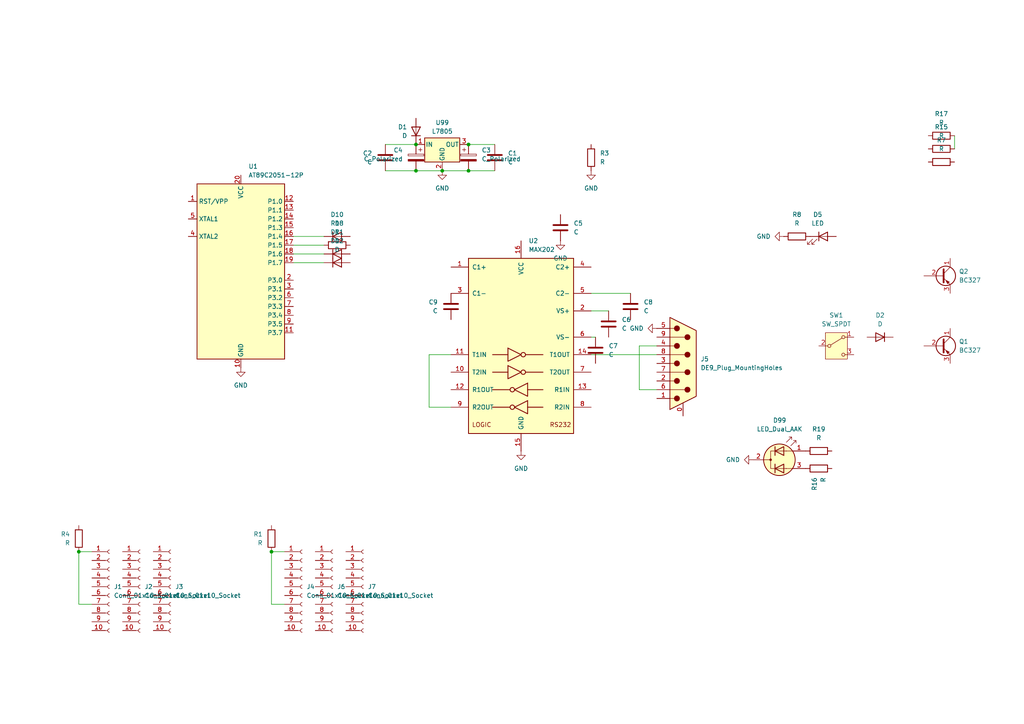
<source format=kicad_sch>
(kicad_sch (version 20231120) (generator "eeschema") (generator_version "8.0")
  (paper "A4")
  (lib_symbols
    (symbol "Connector:Conn_01x10_Socket" (pin_names (offset 1.016) hide)
      (property "Reference" "J" (at 0 12.7 0))
      (property "Value" "Conn_01x10_Socket" (at 0 -15.24 0))
      (symbol "Conn_01x10_Socket_1_1"
        (arc (start 0 -12.192) (mid -0.5058 -12.7) (end 0 -13.208) (stroke (width 0.1524)))
        (arc (start 0 -9.652) (mid -0.5058 -10.16) (end 0 -10.668) (stroke (width 0.1524)))
        (arc (start 0 -7.112) (mid -0.5058 -7.62) (end 0 -8.128) (stroke (width 0.1524)))
        (arc (start 0 -4.572) (mid -0.5058 -5.08) (end 0 -5.588) (stroke (width 0.1524)))
        (arc (start 0 -2.032) (mid -0.5058 -2.54) (end 0 -3.048) (stroke (width 0.1524)))
        (polyline (pts (xy -1.27 -12.7) (xy -0.508 -12.7)) (stroke (width 0.1524)))
        (polyline (pts (xy -1.27 -10.16) (xy -0.508 -10.16)) (stroke (width 0.1524)))
        (polyline (pts (xy -1.27 -7.62) (xy -0.508 -7.62)) (stroke (width 0.1524)))
        (polyline (pts (xy -1.27 -5.08) (xy -0.508 -5.08)) (stroke (width 0.1524)))
        (polyline (pts (xy -1.27 -2.54) (xy -0.508 -2.54)) (stroke (width 0.1524)))
        (polyline (pts (xy -1.27 0) (xy -0.508 0)) (stroke (width 0.1524)))
        (polyline (pts (xy -1.27 2.54) (xy -0.508 2.54)) (stroke (width 0.1524)))
        (polyline (pts (xy -1.27 5.08) (xy -0.508 5.08)) (stroke (width 0.1524)))
        (polyline (pts (xy -1.27 7.62) (xy -0.508 7.62)) (stroke (width 0.1524)))
        (polyline (pts (xy -1.27 10.16) (xy -0.508 10.16)) (stroke (width 0.1524)))
        (arc (start 0 0.508) (mid -0.5058 0) (end 0 -0.508) (stroke (width 0.1524)))
        (arc (start 0 3.048) (mid -0.5058 2.54) (end 0 2.032) (stroke (width 0.1524)))
        (arc (start 0 5.588) (mid -0.5058 5.08) (end 0 4.572) (stroke (width 0.1524)))
        (arc (start 0 8.128) (mid -0.5058 7.62) (end 0 7.112) (stroke (width 0.1524)))
        (arc (start 0 10.668) (mid -0.5058 10.16) (end 0 9.652) (stroke (width 0.1524)))
        (pin passive line (at -5.08 10.16 0) (length 3.81) (name "Pin_1") (number "1"))
        (pin passive line (at -5.08 -12.7 0) (length 3.81) (name "Pin_10") (number "10"))
        (pin passive line (at -5.08 7.62 0) (length 3.81) (name "Pin_2") (number "2"))
        (pin passive line (at -5.08 5.08 0) (length 3.81) (name "Pin_3") (number "3"))
        (pin passive line (at -5.08 2.54 0) (length 3.81) (name "Pin_4") (number "4"))
        (pin passive line (at -5.08 0 0) (length 3.81) (name "Pin_5") (number "5"))
        (pin passive line (at -5.08 -2.54 0) (length 3.81) (name "Pin_6") (number "6"))
        (pin passive line (at -5.08 -5.08 0) (length 3.81) (name "Pin_7") (number "7"))
        (pin passive line (at -5.08 -7.62 0) (length 3.81) (name "Pin_8") (number "8"))
        (pin passive line (at -5.08 -10.16 0) (length 3.81) (name "Pin_9") (number "9"))
      )
    )
    (symbol "Connector:DE9_Plug_MountingHoles" (pin_names (offset 1.016) hide)
      (property "Reference" "J" (at 0 16.51 0))
      (property "Value" "DE9_Plug_MountingHoles" (at 0 14.605 0))
      (symbol "DE9_Plug_MountingHoles_0_1"
        (circle (center -1.778 -10.16) (radius 0.762) (fill (type outline)))
        (circle (center -1.778 -5.08) (radius 0.762) (fill (type outline)))
        (circle (center -1.778 0) (radius 0.762) (fill (type outline)))
        (circle (center -1.778 5.08) (radius 0.762) (fill (type outline)))
        (circle (center -1.778 10.16) (radius 0.762) (fill (type outline)))
        (polyline (pts (xy -3.81 -10.16) (xy -2.54 -10.16)))
        (polyline (pts (xy -3.81 -7.62) (xy 0.508 -7.62)))
        (polyline (pts (xy -3.81 -5.08) (xy -2.54 -5.08)))
        (polyline (pts (xy -3.81 -2.54) (xy 0.508 -2.54)))
        (polyline (pts (xy -3.81 0) (xy -2.54 0)))
        (polyline (pts (xy -3.81 2.54) (xy 0.508 2.54)))
        (polyline (pts (xy -3.81 5.08) (xy -2.54 5.08)))
        (polyline (pts (xy -3.81 7.62) (xy 0.508 7.62)))
        (polyline (pts (xy -3.81 10.16) (xy -2.54 10.16)))
        (polyline (pts (xy -3.81 -13.335) (xy -3.81 13.335) (xy 3.81 9.525) (xy 3.81 -9.525) (xy -3.81 -13.335)) (stroke (width 0.254)) (fill (type background)))
        (circle (center 1.27 -7.62) (radius 0.762) (fill (type outline)))
        (circle (center 1.27 -2.54) (radius 0.762) (fill (type outline)))
        (circle (center 1.27 2.54) (radius 0.762) (fill (type outline)))
        (circle (center 1.27 7.62) (radius 0.762) (fill (type outline)))
      )
      (symbol "DE9_Plug_MountingHoles_1_1"
        (pin passive line (at 0 -15.24 90) (length 3.81) (name "PAD") (number "0"))
        (pin passive line (at -7.62 -10.16 0) (length 3.81) (name "1") (number "1"))
        (pin passive line (at -7.62 -5.08 0) (length 3.81) (name "2") (number "2"))
        (pin passive line (at -7.62 0 0) (length 3.81) (name "3") (number "3"))
        (pin passive line (at -7.62 5.08 0) (length 3.81) (name "4") (number "4"))
        (pin passive line (at -7.62 10.16 0) (length 3.81) (name "5") (number "5"))
        (pin passive line (at -7.62 -7.62 0) (length 3.81) (name "6") (number "6"))
        (pin passive line (at -7.62 -2.54 0) (length 3.81) (name "7") (number "7"))
        (pin passive line (at -7.62 2.54 0) (length 3.81) (name "8") (number "8"))
        (pin passive line (at -7.62 7.62 0) (length 3.81) (name "9") (number "9"))
      )
    )
    (symbol "Device:C" (pin_numbers hide) (pin_names (offset 0.254))
      (property "Reference" "C" (at 0.635 2.54 0))
      (property "Value" "C" (at 0.635 -2.54 0))
      (symbol "C_0_1"
        (polyline (pts (xy -2.032 -0.762) (xy 2.032 -0.762)) (stroke (width 0.508)))
        (polyline (pts (xy -2.032 0.762) (xy 2.032 0.762)) (stroke (width 0.508)))
      )
      (symbol "C_1_1"
        (pin passive line (at 0 3.81 270) (length 2.794) (name "~") (number "1"))
        (pin passive line (at 0 -3.81 90) (length 2.794) (name "~") (number "2"))
      )
    )
    (symbol "Device:C_Polarized" (pin_numbers hide) (pin_names (offset 0.254))
      (property "Reference" "C" (at 0.635 2.54 0))
      (property "Value" "C_Polarized" (at 0.635 -2.54 0))
      (symbol "C_Polarized_0_1"
        (rectangle (start -2.286 0.508) (end 2.286 1.016))
        (polyline (pts (xy -1.778 2.286) (xy -0.762 2.286)))
        (polyline (pts (xy -1.27 2.794) (xy -1.27 1.778)))
        (rectangle (start 2.286 -0.508) (end -2.286 -1.016) (fill (type outline)))
      )
      (symbol "C_Polarized_1_1"
        (pin passive line (at 0 3.81 270) (length 2.794) (name "~") (number "1"))
        (pin passive line (at 0 -3.81 90) (length 2.794) (name "~") (number "2"))
      )
    )
    (symbol "Device:D" (pin_numbers hide) (pin_names (offset 1.016) hide)
      (property "Reference" "D" (at 0 2.54 0))
      (property "Value" "D" (at 0 -2.54 0))
      (symbol "D_0_1"
        (polyline (pts (xy -1.27 1.27) (xy -1.27 -1.27)) (stroke (width 0.254)))
        (polyline (pts (xy 1.27 0) (xy -1.27 0)))
        (polyline (pts (xy 1.27 1.27) (xy 1.27 -1.27) (xy -1.27 0) (xy 1.27 1.27)) (stroke (width 0.254)))
      )
      (symbol "D_1_1"
        (pin passive line (at -3.81 0 0) (length 2.54) (name "K") (number "1"))
        (pin passive line (at 3.81 0 180) (length 2.54) (name "A") (number "2"))
      )
    )
    (symbol "Device:LED" (pin_numbers hide) (pin_names (offset 1.016) hide)
      (property "Reference" "D" (at 0 2.54 0))
      (property "Value" "LED" (at 0 -2.54 0))
      (symbol "LED_0_1"
        (polyline (pts (xy -1.27 -1.27) (xy -1.27 1.27)) (stroke (width 0.254)))
        (polyline (pts (xy -1.27 0) (xy 1.27 0)))
        (polyline (pts (xy 1.27 -1.27) (xy 1.27 1.27) (xy -1.27 0) (xy 1.27 -1.27)) (stroke (width 0.254)))
        (polyline (pts (xy -3.048 -0.762) (xy -4.572 -2.286) (xy -3.81 -2.286) (xy -4.572 -2.286) (xy -4.572 -1.524)))
        (polyline (pts (xy -1.778 -0.762) (xy -3.302 -2.286) (xy -2.54 -2.286) (xy -3.302 -2.286) (xy -3.302 -1.524)))
      )
      (symbol "LED_1_1"
        (pin passive line (at -3.81 0 0) (length 2.54) (name "K") (number "1"))
        (pin passive line (at 3.81 0 180) (length 2.54) (name "A") (number "2"))
      )
    )
    (symbol "Device:LED_Dual_AKA" (pin_names (offset 0) hide)
      (property "Reference" "D" (at 0 5.715 0))
      (property "Value" "LED_Dual_AKA" (at 0 -6.35 0))
      (symbol "LED_Dual_AKA_0_1"
        (circle (center -2.54 0) (radius 0.2794) (fill (type outline)))
        (polyline (pts (xy -4.572 0) (xy -2.54 0)))
        (polyline (pts (xy -1.27 -1.27) (xy -1.27 -3.81)) (stroke (width 0.254)))
        (polyline (pts (xy -1.27 1.27) (xy -1.27 3.81)) (stroke (width 0.254)))
        (polyline (pts (xy 3.81 -2.54) (xy 1.905 -2.54)))
        (polyline (pts (xy 3.81 2.54) (xy 1.905 2.54)))
        (polyline (pts (xy 1.27 -3.81) (xy 1.27 -1.27) (xy -1.27 -2.54) (xy 1.27 -3.81)) (stroke (width 0.254)))
        (polyline (pts (xy 1.27 1.27) (xy 1.27 3.81) (xy -1.27 2.54) (xy 1.27 1.27)) (stroke (width 0.254)))
        (polyline (pts (xy 2.032 2.54) (xy -2.54 2.54) (xy -2.54 -2.54) (xy 2.032 -2.54)))
        (polyline (pts (xy 2.032 5.08) (xy 3.556 6.604) (xy 2.794 6.604) (xy 3.556 6.604) (xy 3.556 5.842)))
        (polyline (pts (xy 3.302 4.064) (xy 4.826 5.588) (xy 4.064 5.588) (xy 4.826 5.588) (xy 4.826 4.826)))
        (circle (center 0 0) (radius 4.572) (stroke (width 0.254)) (fill (type background)))
      )
      (symbol "LED_Dual_AKA_1_1"
        (pin input line (at 7.62 2.54 180) (length 3.81) (name "A1") (number "1"))
        (pin input line (at -7.62 0 0) (length 3.048) (name "K") (number "2"))
        (pin input line (at 7.62 -2.54 180) (length 3.81) (name "A2") (number "3"))
      )
    )
    (symbol "Device:R" (pin_numbers hide) (pin_names (offset 0))
      (property "Reference" "R" (at 2.032 0 90))
      (property "Value" "R" (at 0 0 90))
      (symbol "R_0_1"
        (rectangle (start -1.016 -2.54) (end 1.016 2.54) (stroke (width 0.254)))
      )
      (symbol "R_1_1"
        (pin passive line (at 0 3.81 270) (length 1.27) (name "~") (number "1"))
        (pin passive line (at 0 -3.81 90) (length 1.27) (name "~") (number "2"))
      )
    )
    (symbol "Interface_UART:MAX202" (pin_names (offset 1.016))
      (property "Reference" "U" (at -2.54 28.575 0))
      (property "Value" "MAX202" (at -2.54 26.67 0))
      (symbol "MAX202_0_0"
        (text "LOGIC" (at -11.43 -22.86 0) (effects (font (size 1.27 1.27))))
        (text "RS232" (at 11.43 -22.86 0) (effects (font (size 1.27 1.27))))
      )
      (symbol "MAX202_0_1"
        (rectangle (start -15.24 -25.4) (end 15.24 25.4) (stroke (width 0.254)) (fill (type background)))
        (circle (center -2.54 -17.78) (radius 0.635) (stroke (width 0.254)))
        (circle (center -2.54 -12.7) (radius 0.635) (stroke (width 0.254)))
        (polyline (pts (xy -3.81 -7.62) (xy -8.255 -7.62)) (stroke (width 0.254)))
        (polyline (pts (xy -3.81 -2.54) (xy -8.255 -2.54)) (stroke (width 0.254)))
        (polyline (pts (xy -3.175 -17.78) (xy -8.255 -17.78)) (stroke (width 0.254)))
        (polyline (pts (xy -3.175 -12.7) (xy -8.255 -12.7)) (stroke (width 0.254)))
        (polyline (pts (xy 1.27 -7.62) (xy 6.35 -7.62)) (stroke (width 0.254)))
        (polyline (pts (xy 1.27 -2.54) (xy 6.35 -2.54)) (stroke (width 0.254)))
        (polyline (pts (xy 1.905 -17.78) (xy 6.35 -17.78)) (stroke (width 0.254)))
        (polyline (pts (xy 1.905 -12.7) (xy 6.35 -12.7)) (stroke (width 0.254)))
        (polyline (pts (xy -3.81 -5.715) (xy -3.81 -9.525) (xy 0 -7.62) (xy -3.81 -5.715)) (stroke (width 0.254)))
        (polyline (pts (xy -3.81 -0.635) (xy -3.81 -4.445) (xy 0 -2.54) (xy -3.81 -0.635)) (stroke (width 0.254)))
        (polyline (pts (xy 1.905 -15.875) (xy 1.905 -19.685) (xy -1.905 -17.78) (xy 1.905 -15.875)) (stroke (width 0.254)))
        (polyline (pts (xy 1.905 -10.795) (xy 1.905 -14.605) (xy -1.905 -12.7) (xy 1.905 -10.795)) (stroke (width 0.254)))
        (circle (center 0.635 -7.62) (radius 0.635) (stroke (width 0.254)))
        (circle (center 0.635 -2.54) (radius 0.635) (stroke (width 0.254)))
      )
      (symbol "MAX202_1_1"
        (pin passive line (at -20.32 22.86 0) (length 5.08) (name "C1+") (number "1"))
        (pin input line (at -20.32 -7.62 0) (length 5.08) (name "T2IN") (number "10"))
        (pin input line (at -20.32 -2.54 0) (length 5.08) (name "T1IN") (number "11"))
        (pin output line (at -20.32 -12.7 0) (length 5.08) (name "R1OUT") (number "12"))
        (pin input line (at 20.32 -12.7 180) (length 5.08) (name "R1IN") (number "13"))
        (pin output line (at 20.32 -2.54 180) (length 5.08) (name "T1OUT") (number "14"))
        (pin power_in line (at 0 -30.48 90) (length 5.08) (name "GND") (number "15"))
        (pin power_in line (at 0 30.48 270) (length 5.08) (name "VCC") (number "16"))
        (pin power_out line (at 20.32 10.16 180) (length 5.08) (name "VS+") (number "2"))
        (pin passive line (at -20.32 15.24 0) (length 5.08) (name "C1-") (number "3"))
        (pin passive line (at 20.32 22.86 180) (length 5.08) (name "C2+") (number "4"))
        (pin passive line (at 20.32 15.24 180) (length 5.08) (name "C2-") (number "5"))
        (pin power_out line (at 20.32 2.54 180) (length 5.08) (name "VS-") (number "6"))
        (pin output line (at 20.32 -7.62 180) (length 5.08) (name "T2OUT") (number "7"))
        (pin input line (at 20.32 -17.78 180) (length 5.08) (name "R2IN") (number "8"))
        (pin output line (at -20.32 -17.78 0) (length 5.08) (name "R2OUT") (number "9"))
      )
    )
    (symbol "MCU_Microchip_8051:AT89C2051-12P"
      (property "Reference" "U" (at -12.7 26.67 0))
      (property "Value" "AT89C2051-12P" (at 2.54 -26.67 0))
      (symbol "AT89C2051-12P_0_1"
        (rectangle (start -12.7 -25.4) (end 12.7 25.4) (stroke (width 0.254)) (fill (type background)))
      )
      (symbol "AT89C2051-12P_1_1"
        (pin input line (at -15.24 20.32 0) (length 2.54) (name "RST/VPP") (number "1"))
        (pin power_in line (at 0 -27.94 90) (length 2.54) (name "GND") (number "10"))
        (pin bidirectional line (at 15.24 -17.78 180) (length 2.54) (name "P3.7") (number "11"))
        (pin bidirectional line (at 15.24 20.32 180) (length 2.54) (name "P1.0") (number "12"))
        (pin bidirectional line (at 15.24 17.78 180) (length 2.54) (name "P1.1") (number "13"))
        (pin bidirectional line (at 15.24 15.24 180) (length 2.54) (name "P1.2") (number "14"))
        (pin bidirectional line (at 15.24 12.7 180) (length 2.54) (name "P1.3") (number "15"))
        (pin bidirectional line (at 15.24 10.16 180) (length 2.54) (name "P1.4") (number "16"))
        (pin bidirectional line (at 15.24 7.62 180) (length 2.54) (name "P1.5") (number "17"))
        (pin bidirectional line (at 15.24 5.08 180) (length 2.54) (name "P1.6") (number "18"))
        (pin bidirectional line (at 15.24 2.54 180) (length 2.54) (name "P1.7") (number "19"))
        (pin bidirectional line (at 15.24 -2.54 180) (length 2.54) (name "P3.0") (number "2"))
        (pin power_in line (at 0 27.94 270) (length 2.54) (name "VCC") (number "20"))
        (pin bidirectional line (at 15.24 -5.08 180) (length 2.54) (name "P3.1") (number "3"))
        (pin output line (at -15.24 10.16 0) (length 2.54) (name "XTAL2") (number "4"))
        (pin input line (at -15.24 15.24 0) (length 2.54) (name "XTAL1") (number "5"))
        (pin bidirectional line (at 15.24 -7.62 180) (length 2.54) (name "P3.2") (number "6"))
        (pin bidirectional line (at 15.24 -10.16 180) (length 2.54) (name "P3.3") (number "7"))
        (pin bidirectional line (at 15.24 -12.7 180) (length 2.54) (name "P3.4") (number "8"))
        (pin bidirectional line (at 15.24 -15.24 180) (length 2.54) (name "P3.5") (number "9"))
      )
    )
    (symbol "Regulator_Linear:L7805" (pin_names (offset 0.254))
      (property "Reference" "U" (at -3.81 3.175 0))
      (property "Value" "L7805" (at 0 3.175 0))
      (symbol "L7805_0_1"
        (rectangle (start -5.08 1.905) (end 5.08 -5.08) (stroke (width 0.254)) (fill (type background)))
      )
      (symbol "L7805_1_1"
        (pin power_in line (at -7.62 0 0) (length 2.54) (name "IN") (number "1"))
        (pin power_in line (at 0 -7.62 90) (length 2.54) (name "GND") (number "2"))
        (pin power_out line (at 7.62 0 180) (length 2.54) (name "OUT") (number "3"))
      )
    )
    (symbol "Switch:SW_SPDT" (pin_names (offset 0) hide)
      (property "Reference" "SW" (at 0 5.08 0))
      (property "Value" "SW_SPDT" (at 0 -5.08 0))
      (symbol "SW_SPDT_0_1"
        (circle (center -2.032 0) (radius 0.4572))
        (polyline (pts (xy -1.651 0.254) (xy 1.651 2.286)))
        (circle (center 2.032 -2.54) (radius 0.4572))
        (circle (center 2.032 2.54) (radius 0.4572))
      )
      (symbol "SW_SPDT_1_1"
        (rectangle (start -3.175 3.81) (end 3.175 -3.81) (fill (type background)))
        (pin passive line (at 5.08 2.54 180) (length 2.54) (name "A") (number "1"))
        (pin passive line (at -5.08 0 0) (length 2.54) (name "B") (number "2"))
        (pin passive line (at 5.08 -2.54 180) (length 2.54) (name "C") (number "3"))
      )
    )
    (symbol "Transistor_BJT:BC327" (pin_names (offset 0) hide)
      (property "Reference" "Q" (at 5.08 1.905 0))
      (property "Value" "BC327" (at 5.08 0 0))
      (symbol "BC327_0_1"
        (polyline (pts (xy 0.635 0.635) (xy 2.54 2.54)))
        (polyline (pts (xy 0.635 -0.635) (xy 2.54 -2.54) (xy 2.54 -2.54)))
        (polyline (pts (xy 0.635 1.905) (xy 0.635 -1.905) (xy 0.635 -1.905)) (stroke (width 0.508)))
        (polyline (pts (xy 2.286 -1.778) (xy 1.778 -2.286) (xy 1.27 -1.27) (xy 2.286 -1.778) (xy 2.286 -1.778)) (fill (type outline)))
        (circle (center 1.27 0) (radius 2.8194) (stroke (width 0.254)))
      )
      (symbol "BC327_1_1"
        (pin passive line (at 2.54 5.08 270) (length 2.54) (name "C") (number "1"))
        (pin input line (at -5.08 0 0) (length 5.715) (name "B") (number "2"))
        (pin passive line (at 2.54 -5.08 90) (length 2.54) (name "E") (number "3"))
      )
    )
    (symbol "power:GND" (power) (pin_numbers hide) (pin_names (offset 0) hide)
      (property "Value" "GND" (at 0 -3.81 0))
      (symbol "GND_0_1"
        (polyline (pts (xy 0 0) (xy 0 -1.27) (xy 1.27 -1.27) (xy 0 -2.54) (xy -1.27 -1.27) (xy 0 -1.27)))
      )
      (symbol "GND_1_1"
        (pin power_in line (at 0 0 270) (length 0) (name "~") (number "1"))
      )
    )
  )
  (junction (at 120.65 41.91))
  (junction (at 22.86 160.02))
  (junction (at 135.89 49.53))
  (junction (at 120.65 49.53))
  (junction (at 78.74 160.02))
  (junction (at 128.27 49.53))
  (junction (at 135.89 41.91))
  (wire (pts (xy 171.45 90.17) (xy 176.53 90.17)))
  (wire (pts (xy 111.76 49.53) (xy 120.65 49.53)))
  (wire (pts (xy 130.81 118.11) (xy 124.46 118.11)))
  (wire (pts (xy 124.46 102.87) (xy 130.81 102.87)))
  (wire (pts (xy 135.89 41.91) (xy 143.51 41.91)))
  (wire (pts (xy 22.86 160.02) (xy 26.67 160.02)))
  (wire (pts (xy 82.55 175.26) (xy 78.74 175.26)))
  (wire (pts (xy 78.74 175.26) (xy 78.74 160.02)))
  (wire (pts (xy 124.46 118.11) (xy 124.46 102.87)))
  (wire (pts (xy 120.65 49.53) (xy 128.27 49.53)))
  (wire (pts (xy 276.86 39.37) (xy 276.86 43.18)))
  (wire (pts (xy 171.45 102.87) (xy 190.5 102.87)))
  (wire (pts (xy 85.09 68.58) (xy 93.98 68.58)))
  (wire (pts (xy 171.45 85.09) (xy 182.88 85.09)))
  (wire (pts (xy 185.42 113.03) (xy 185.42 100.33)))
  (wire (pts (xy 128.27 49.53) (xy 135.89 49.53)))
  (wire (pts (xy 78.74 160.02) (xy 82.55 160.02)))
  (wire (pts (xy 22.86 175.26) (xy 26.67 175.26)))
  (wire (pts (xy 85.09 73.66) (xy 93.98 73.66)))
  (wire (pts (xy 85.09 71.12) (xy 93.98 71.12)))
  (wire (pts (xy 85.09 76.2) (xy 93.98 76.2)))
  (wire (pts (xy 111.76 41.91) (xy 120.65 41.91)))
  (wire (pts (xy 190.5 113.03) (xy 185.42 113.03)))
  (wire (pts (xy 185.42 100.33) (xy 190.5 100.33)))
  (wire (pts (xy 171.45 97.79) (xy 172.72 97.79)))
  (wire (pts (xy 22.86 160.02) (xy 22.86 175.26)))
  (wire (pts (xy 135.89 49.53) (xy 143.51 49.53)))
  (symbol (lib_id "Device:C") (at 130.81 88.9 0) (mirror y) (unit 1)
    (property "Reference" "C9" (at 127 87.6299 0) (effects (justify left)))
    (property "Value" "C" (at 127 90.1699 0) (effects (justify left)))
    (property "Footprint" "Capacitor_THT:C_Axial_L3.8mm_D2.6mm_P7.50mm_Horizontal" (effects (hide yes)))
    (property "Description" "Unpolarized capacitor" (effects (hide yes)))
  )
  (symbol (lib_id "MCU_Microchip_8051:AT89C2051-12P") (at 69.85 78.74 0) (unit 1)
    (property "Reference" "U1" (at 72.0441 48.26 0) (effects (justify left)))
    (property "Value" "AT89C2051-12P" (at 72.0441 50.8 0) (effects (justify left)))
    (property "Footprint" "Package_DIP:DIP-20_W7.62mm" (effects (hide yes)))
    (property "Datasheet" "http://ww1.microchip.com/downloads/en/DeviceDoc/doc0368.pdf" (effects (hide yes)))
    (property "Description" "12MHz, 2kB Flash, 128B SRAM, DIP-20" (effects (hide yes)))
  )
  (symbol (lib_id "power:GND") (at 128.27 49.53 0) (unit 1)
    (property "Reference" "#PWR03" (effects (hide yes)))
    (property "Value" "GND" (at 128.27 54.61 0))
    (property "Description" "Power symbol creates a global label with name \"GND\" , ground" (effects (hide yes)))
  )
  (symbol (lib_id "Connector:DE9_Plug_MountingHoles") (at 198.12 105.41 0) (unit 1)
    (property "Reference" "J5" (at 203.2 104.1399 0) (effects (justify left)))
    (property "Value" "DE9_Plug_MountingHoles" (at 203.2 106.6799 0) (effects (justify left)))
    (property "Footprint" "Connector_Dsub:DSUB-9_Female_Horizontal_P2.77x2.84mm_EdgePinOffset4.94mm_Housed_MountingHolesOffset7.48mm" (effects (hide yes)))
    (property "Description" "9-pin male plug pin D-SUB connector, Mounting Hole" (effects (hide yes)))
  )
  (symbol (lib_id "Device:R") (at 97.79 71.12 270) (unit 1)
    (property "Reference" "R18" (at 97.79 64.77 90))
    (property "Value" "R" (at 97.79 67.31 90))
    (property "Footprint" "Resistor_THT:R_Axial_DIN0207_L6.3mm_D2.5mm_P10.16mm_Horizontal" (effects (hide yes)))
    (property "Description" "Resistor" (effects (hide yes)))
  )
  (symbol (lib_id "Device:R") (at 171.45 45.72 180) (unit 1)
    (property "Reference" "R3" (at 173.99 44.4499 0) (effects (justify right)))
    (property "Value" "R" (at 173.99 46.9899 0) (effects (justify right)))
    (property "Footprint" "Resistor_THT:R_Axial_DIN0207_L6.3mm_D2.5mm_P10.16mm_Horizontal" (effects (hide yes)))
    (property "Description" "Resistor" (effects (hide yes)))
  )
  (symbol (lib_id "Regulator_Linear:L7805") (at 128.27 41.91 0) (unit 1)
    (property "Reference" "U99" (at 128.27 35.56 0))
    (property "Value" "L7805" (at 128.27 38.1 0))
    (property "Footprint" "Package_TO_SOT_THT:TO-220-3_Horizontal_TabDown" (effects (hide yes)))
    (property "Datasheet" "http://www.st.com/content/ccc/resource/technical/document/datasheet/41/4f/b3/b0/12/d4/47/88/CD00000444.pdf/files/CD00000444.pdf/jcr:content/translations/en.CD00000444.pdf" (effects (hide yes)))
    (property "Description" "Positive 1.5A 35V Linear Regulator, Fixed Output 5V, TO-220/TO-263/TO-252" (effects (hide yes)))
  )
  (symbol (lib_id "power:GND") (at 162.56 69.85 0) (unit 1)
    (property "Reference" "#PWR06" (effects (hide yes)))
    (property "Value" "GND" (at 162.56 74.93 0))
    (property "Description" "Power symbol creates a global label with name \"GND\" , ground" (effects (hide yes)))
  )
  (symbol (lib_id "Device:D") (at 120.65 38.1 270) (mirror x) (unit 1)
    (property "Reference" "D1" (at 118.11 36.8299 90) (effects (justify right)))
    (property "Value" "D" (at 118.11 39.3699 90) (effects (justify right)))
    (property "Footprint" "Diode_THT:D_DO-15_P15.24mm_Horizontal" (effects (hide yes)))
    (property "Description" "Diode" (effects (hide yes)))
    (property "Sim.Device" "D" (effects (hide yes)))
    (property "Sim.Pins" "1=K 2=A" (effects (hide yes)))
  )
  (symbol (lib_id "Device:D") (at 255.27 97.79 180) (unit 1)
    (property "Reference" "D2" (at 255.27 91.44 0))
    (property "Value" "D" (at 255.27 93.98 0))
    (property "Footprint" "Diode_THT:D_DO-15_P15.24mm_Horizontal" (effects (hide yes)))
    (property "Description" "Diode" (effects (hide yes)))
    (property "Sim.Device" "D" (effects (hide yes)))
    (property "Sim.Pins" "1=K 2=A" (effects (hide yes)))
  )
  (symbol (lib_id "Connector:Conn_01x10_Socket") (at 31.75 170.18 0) (unit 1)
    (property "Reference" "J1" (at 33.02 170.1799 0) (effects (justify left)))
    (property "Value" "Conn_01x10_Socket" (at 33.02 172.7199 0) (effects (justify left)))
    (property "Footprint" "Connector_PinSocket_2.54mm:PinSocket_1x10_P2.54mm_Vertical" (effects (hide yes)))
    (property "Description" "Generic connector, single row, 01x10, script generated" (effects (hide yes)))
  )
  (symbol (lib_id "Connector:Conn_01x10_Socket") (at 40.64 170.18 0) (unit 1)
    (property "Reference" "J2" (at 41.91 170.1799 0) (effects (justify left)))
    (property "Value" "Conn_01x10_Socket" (at 41.91 172.7199 0) (effects (justify left)))
    (property "Footprint" "Connector_PinSocket_2.54mm:PinSocket_1x10_P2.54mm_Vertical" (effects (hide yes)))
    (property "Description" "Generic connector, single row, 01x10, script generated" (effects (hide yes)))
  )
  (symbol (lib_id "Device:R") (at 78.74 156.21 0) (mirror x) (unit 1)
    (property "Reference" "R1" (at 76.2 154.9399 0) (effects (justify right)))
    (property "Value" "R" (at 76.2 157.4799 0) (effects (justify right)))
    (property "Footprint" "Resistor_THT:R_Axial_DIN0207_L6.3mm_D2.5mm_P10.16mm_Horizontal" (effects (hide yes)))
    (property "Description" "Resistor" (effects (hide yes)))
  )
  (symbol (lib_id "Device:C") (at 172.72 101.6 0) (unit 1)
    (property "Reference" "C7" (at 176.53 100.3299 0) (effects (justify left)))
    (property "Value" "C" (at 176.53 102.8699 0) (effects (justify left)))
    (property "Footprint" "Capacitor_THT:C_Axial_L3.8mm_D2.6mm_P7.50mm_Horizontal" (effects (hide yes)))
    (property "Description" "Unpolarized capacitor" (effects (hide yes)))
  )
  (symbol (lib_id "Device:R") (at 22.86 156.21 0) (mirror x) (unit 1)
    (property "Reference" "R4" (at 20.32 154.9399 0) (effects (justify right)))
    (property "Value" "R" (at 20.32 157.4799 0) (effects (justify right)))
    (property "Footprint" "Resistor_THT:R_Axial_DIN0207_L6.3mm_D2.5mm_P10.16mm_Horizontal" (effects (hide yes)))
    (property "Description" "Resistor" (effects (hide yes)))
  )
  (symbol (lib_id "Transistor_BJT:BC327") (at 273.05 80.01 0) (unit 1)
    (property "Reference" "Q2" (at 278.13 78.7399 0) (effects (justify left)))
    (property "Value" "BC327" (at 278.13 81.2799 0) (effects (justify left)))
    (property "Footprint" "Package_TO_SOT_THT:TO-92_Inline" (effects (hide yes)))
    (property "Datasheet" "http://www.onsemi.com/pub_link/Collateral/BC327-D.PDF" (effects (hide yes)))
    (property "Description" "0.8A Ic, 45V Vce, PNP Transistor, TO-92" (effects (hide yes)))
  )
  (symbol (lib_id "Device:C") (at 162.56 66.04 0) (unit 1)
    (property "Reference" "C5" (at 166.37 64.7699 0) (effects (justify left)))
    (property "Value" "C" (at 166.37 67.3099 0) (effects (justify left)))
    (property "Footprint" "Capacitor_THT:C_Axial_L3.8mm_D2.6mm_P7.50mm_Horizontal" (effects (hide yes)))
    (property "Description" "Unpolarized capacitor" (effects (hide yes)))
  )
  (symbol (lib_id "Switch:SW_SPDT") (at 242.57 100.33 0) (unit 1)
    (property "Reference" "SW1" (at 242.57 91.44 0))
    (property "Value" "SW_SPDT" (at 242.57 93.98 0))
    (property "Footprint" "Button_Switch_THT:SW_E-Switch_EG1224_SPDT_Angled" (effects (hide yes)))
    (property "Description" "Switch, single pole double throw" (effects (hide yes)))
  )
  (symbol (lib_id "power:GND") (at 171.45 49.53 0) (unit 1)
    (property "Reference" "#PWR05" (effects (hide yes)))
    (property "Value" "GND" (at 171.45 54.61 0))
    (property "Description" "Power symbol creates a global label with name \"GND\" , ground" (effects (hide yes)))
  )
  (symbol (lib_id "Connector:Conn_01x10_Socket") (at 105.41 170.18 0) (unit 1)
    (property "Reference" "J7" (at 106.68 170.1799 0) (effects (justify left)))
    (property "Value" "Conn_01x10_Socket" (at 106.68 172.7199 0) (effects (justify left)))
    (property "Footprint" "Connector_PinSocket_2.54mm:PinSocket_1x10_P2.54mm_Vertical" (effects (hide yes)))
    (property "Description" "Generic connector, single row, 01x10, script generated" (effects (hide yes)))
  )
  (symbol (lib_id "Device:R") (at 273.05 39.37 90) (unit 1)
    (property "Reference" "R17" (at 273.05 33.02 90))
    (property "Value" "R" (at 273.05 35.56 90))
    (property "Footprint" "Resistor_THT:R_Axial_DIN0207_L6.3mm_D2.5mm_P10.16mm_Horizontal" (effects (hide yes)))
    (property "Description" "Resistor" (effects (hide yes)))
  )
  (symbol (lib_id "Device:D") (at 97.79 68.58 0) (mirror x) (unit 1)
    (property "Reference" "D10" (at 97.79 62.23 0))
    (property "Value" "D" (at 97.79 64.77 0))
    (property "Footprint" "Diode_THT:D_A-405_P10.16mm_Horizontal" (effects (hide yes)))
    (property "Description" "Diode" (effects (hide yes)))
    (property "Sim.Device" "D" (effects (hide yes)))
    (property "Sim.Pins" "1=K 2=A" (effects (hide yes)))
  )
  (symbol (lib_id "Connector:Conn_01x10_Socket") (at 49.53 170.18 0) (unit 1)
    (property "Reference" "J3" (at 50.8 170.1799 0) (effects (justify left)))
    (property "Value" "Conn_01x10_Socket" (at 50.8 172.7199 0) (effects (justify left)))
    (property "Footprint" "Connector_PinSocket_2.54mm:PinSocket_1x10_P2.54mm_Vertical" (effects (hide yes)))
    (property "Description" "Generic connector, single row, 01x10, script generated" (effects (hide yes)))
  )
  (symbol (lib_id "Device:D") (at 97.79 76.2 0) (mirror x) (unit 1)
    (property "Reference" "D12" (at 97.79 69.85 0))
    (property "Value" "D" (at 97.79 72.39 0))
    (property "Footprint" "Diode_THT:D_A-405_P10.16mm_Horizontal" (effects (hide yes)))
    (property "Description" "Diode" (effects (hide yes)))
    (property "Sim.Device" "D" (effects (hide yes)))
    (property "Sim.Pins" "1=K 2=A" (effects (hide yes)))
  )
  (symbol (lib_id "Device:R") (at 273.05 46.99 90) (unit 1)
    (property "Reference" "R7" (at 273.05 40.64 90))
    (property "Value" "R" (at 273.05 43.18 90))
    (property "Footprint" "Resistor_THT:R_Axial_DIN0207_L6.3mm_D2.5mm_P10.16mm_Horizontal" (effects (hide yes)))
    (property "Description" "Resistor" (effects (hide yes)))
  )
  (symbol (lib_id "Device:C") (at 111.76 45.72 0) (mirror y) (unit 1)
    (property "Reference" "C2" (at 107.95 44.4499 0) (effects (justify left)))
    (property "Value" "C" (at 107.95 46.9899 0) (effects (justify left)))
    (property "Footprint" "Capacitor_THT:C_Axial_L3.8mm_D2.6mm_P7.50mm_Horizontal" (effects (hide yes)))
    (property "Description" "Unpolarized capacitor" (effects (hide yes)))
  )
  (symbol (lib_id "Device:C") (at 176.53 93.98 0) (unit 1)
    (property "Reference" "C6" (at 180.34 92.7099 0) (effects (justify left)))
    (property "Value" "C" (at 180.34 95.2499 0) (effects (justify left)))
    (property "Footprint" "Capacitor_THT:C_Axial_L3.8mm_D2.6mm_P7.50mm_Horizontal" (effects (hide yes)))
    (property "Description" "Unpolarized capacitor" (effects (hide yes)))
  )
  (symbol (lib_id "Device:LED") (at 238.76 68.58 0) (unit 1)
    (property "Reference" "D5" (at 237.1725 62.23 0))
    (property "Value" "LED" (at 237.1725 64.77 0))
    (property "Footprint" "LED_THT:LED_D5.0mm" (effects (hide yes)))
    (property "Description" "Light emitting diode" (effects (hide yes)))
  )
  (symbol (lib_id "Connector:Conn_01x10_Socket") (at 96.52 170.18 0) (unit 1)
    (property "Reference" "J6" (at 97.79 170.1799 0) (effects (justify left)))
    (property "Value" "Conn_01x10_Socket" (at 97.79 172.7199 0) (effects (justify left)))
    (property "Footprint" "Connector_PinSocket_2.54mm:PinSocket_1x10_P2.54mm_Vertical" (effects (hide yes)))
    (property "Description" "Generic connector, single row, 01x10, script generated" (effects (hide yes)))
  )
  (symbol (lib_id "Device:R") (at 237.49 130.81 90) (unit 1)
    (property "Reference" "R19" (at 237.49 124.46 90))
    (property "Value" "R" (at 237.49 127 90))
    (property "Footprint" "Resistor_THT:R_Axial_DIN0207_L6.3mm_D2.5mm_P10.16mm_Horizontal" (effects (hide yes)))
    (property "Description" "Resistor" (effects (hide yes)))
  )
  (symbol (lib_id "Device:C") (at 143.51 45.72 0) (unit 1)
    (property "Reference" "C1" (at 147.32 44.4499 0) (effects (justify left)))
    (property "Value" "C" (at 147.32 46.9899 0) (effects (justify left)))
    (property "Footprint" "Capacitor_THT:C_Axial_L3.8mm_D2.6mm_P7.50mm_Horizontal" (effects (hide yes)))
    (property "Description" "Unpolarized capacitor" (effects (hide yes)))
  )
  (symbol (lib_id "Device:C") (at 182.88 88.9 0) (unit 1)
    (property "Reference" "C8" (at 186.69 87.6299 0) (effects (justify left)))
    (property "Value" "C" (at 186.69 90.1699 0) (effects (justify left)))
    (property "Footprint" "Capacitor_THT:C_Axial_L3.8mm_D2.6mm_P7.50mm_Horizontal" (effects (hide yes)))
    (property "Description" "Unpolarized capacitor" (effects (hide yes)))
  )
  (symbol (lib_id "Connector:Conn_01x10_Socket") (at 87.63 170.18 0) (unit 1)
    (property "Reference" "J4" (at 88.9 170.1799 0) (effects (justify left)))
    (property "Value" "Conn_01x10_Socket" (at 88.9 172.7199 0) (effects (justify left)))
    (property "Footprint" "Connector_PinSocket_2.54mm:PinSocket_1x10_P2.54mm_Vertical" (effects (hide yes)))
    (property "Description" "Generic connector, single row, 01x10, script generated" (effects (hide yes)))
  )
  (symbol (lib_id "power:GND") (at 227.33 68.58 270) (unit 1)
    (property "Reference" "#PWR08" (effects (hide yes)))
    (property "Value" "GND" (at 223.52 68.5799 90) (effects (justify right)))
    (property "Description" "Power symbol creates a global label with name \"GND\" , ground" (effects (hide yes)))
  )
  (symbol (lib_id "Device:LED_Dual_AKA") (at 226.06 133.35 0) (unit 1)
    (property "Reference" "D99" (at 226.1235 121.92 0))
    (property "Value" "LED_Dual_AAK" (at 226.1235 124.46 0))
    (property "Footprint" "LED_THT:LED_D5.0mm-3" (effects (hide yes)))
    (property "Description" "Dual LED, common cathode on pin 2" (effects (hide yes)))
  )
  (symbol (lib_id "Device:R") (at 273.05 43.18 90) (unit 1)
    (property "Reference" "R15" (at 273.05 36.83 90))
    (property "Value" "R" (at 273.05 39.37 90))
    (property "Footprint" "Resistor_THT:R_Axial_DIN0207_L6.3mm_D2.5mm_P10.16mm_Horizontal" (effects (hide yes)))
    (property "Description" "Resistor" (effects (hide yes)))
  )
  (symbol (lib_id "Device:R") (at 231.14 68.58 90) (unit 1)
    (property "Reference" "R8" (at 231.14 62.23 90))
    (property "Value" "R" (at 231.14 64.77 90))
    (property "Footprint" "Resistor_THT:R_Axial_DIN0207_L6.3mm_D2.5mm_P10.16mm_Horizontal" (effects (hide yes)))
    (property "Description" "Resistor" (effects (hide yes)))
  )
  (symbol (lib_id "Interface_UART:MAX202") (at 151.13 100.33 0) (unit 1)
    (property "Reference" "U2" (at 153.3241 69.85 0) (effects (justify left)))
    (property "Value" "MAX202" (at 153.3241 72.39 0) (effects (justify left)))
    (property "Footprint" "Package_DIP:DIP-16_W7.62mm" (effects (hide yes)))
    (property "Datasheet" "http://www.ti.com/lit/ds/symlink/max202.pdf" (effects (hide yes)))
    (property "Description" "Dual RS232 driver/receiver, 5V supply, 120kb/s, 0C-70C" (effects (hide yes)))
  )
  (symbol (lib_id "Device:C_Polarized") (at 120.65 45.72 0) (mirror y) (unit 1)
    (property "Reference" "C4" (at 116.84 43.5609 0) (effects (justify left)))
    (property "Value" "C_Polarized" (at 116.84 46.1009 0) (effects (justify left)))
    (property "Footprint" "Capacitor_THT:CP_Axial_L21.0mm_D8.0mm_P28.00mm_Horizontal" (effects (hide yes)))
    (property "Description" "Polarized capacitor" (effects (hide yes)))
  )
  (symbol (lib_id "Transistor_BJT:BC327") (at 273.05 100.33 0) (unit 1)
    (property "Reference" "Q1" (at 278.13 99.0599 0) (effects (justify left)))
    (property "Value" "BC327" (at 278.13 101.5999 0) (effects (justify left)))
    (property "Footprint" "Package_TO_SOT_THT:TO-92_Inline" (effects (hide yes)))
    (property "Datasheet" "http://www.onsemi.com/pub_link/Collateral/BC327-D.PDF" (effects (hide yes)))
    (property "Description" "0.8A Ic, 45V Vce, PNP Transistor, TO-92" (effects (hide yes)))
  )
  (symbol (lib_id "Device:D") (at 97.79 73.66 0) (mirror x) (unit 1)
    (property "Reference" "D11" (at 97.79 67.31 0))
    (property "Value" "D" (at 97.79 69.85 0))
    (property "Footprint" "Diode_THT:D_A-405_P10.16mm_Horizontal" (effects (hide yes)))
    (property "Description" "Diode" (effects (hide yes)))
    (property "Sim.Device" "D" (effects (hide yes)))
    (property "Sim.Pins" "1=K 2=A" (effects (hide yes)))
  )
  (symbol (lib_id "power:GND") (at 218.44 133.35 270) (unit 1)
    (property "Reference" "#PWR07" (effects (hide yes)))
    (property "Value" "GND" (at 214.63 133.3499 90) (effects (justify right)))
    (property "Description" "Power symbol creates a global label with name \"GND\" , ground" (effects (hide yes)))
  )
  (symbol (lib_id "Device:C_Polarized") (at 135.89 45.72 0) (unit 1)
    (property "Reference" "C3" (at 139.7 43.5609 0) (effects (justify left)))
    (property "Value" "C_Polarized" (at 139.7 46.1009 0) (effects (justify left)))
    (property "Footprint" "Capacitor_THT:CP_Axial_L21.0mm_D8.0mm_P28.00mm_Horizontal" (effects (hide yes)))
    (property "Description" "Polarized capacitor" (effects (hide yes)))
  )
  (symbol (lib_id "Device:R") (at 237.49 135.89 90) (mirror x) (unit 1)
    (property "Reference" "R16" (at 236.2199 138.43 0) (effects (justify left)))
    (property "Value" "R" (at 238.7599 138.43 0) (effects (justify left)))
    (property "Footprint" "Resistor_THT:R_Axial_DIN0207_L6.3mm_D2.5mm_P10.16mm_Horizontal" (effects (hide yes)))
    (property "Description" "Resistor" (effects (hide yes)))
  )
  (symbol (lib_id "power:GND") (at 190.5 95.25 270) (unit 1)
    (property "Reference" "#PWR04" (effects (hide yes)))
    (property "Value" "GND" (at 186.69 95.2499 90) (effects (justify right)))
    (property "Description" "Power symbol creates a global label with name \"GND\" , ground" (effects (hide yes)))
  )
  (symbol (lib_id "power:GND") (at 151.13 130.81 0) (unit 1)
    (property "Reference" "#PWR02" (effects (hide yes)))
    (property "Value" "GND" (at 151.13 135.89 0))
    (property "Description" "Power symbol creates a global label with name \"GND\" , ground" (effects (hide yes)))
  )
  (symbol (lib_id "power:GND") (at 69.85 106.68 0) (unit 1)
    (property "Reference" "#PWR01" (effects (hide yes)))
    (property "Value" "GND" (at 69.85 111.76 0))
    (property "Description" "Power symbol creates a global label with name \"GND\" , ground" (effects (hide yes)))
  )
)
</source>
